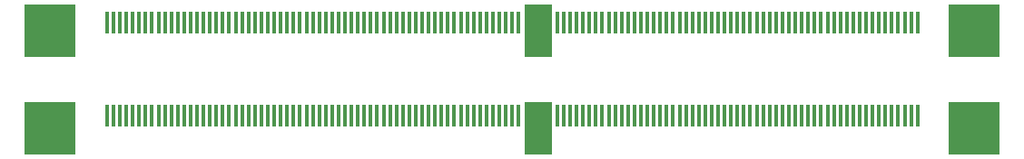
<source format=gbr>
G04 #@! TF.GenerationSoftware,KiCad,Pcbnew,5.0.2-bee76a0~70~ubuntu18.04.1*
G04 #@! TF.CreationDate,2020-07-02T17:28:08+02:00*
G04 #@! TF.ProjectId,ModulAdapter,4d6f6475-6c41-4646-9170-7465722e6b69,rev?*
G04 #@! TF.SameCoordinates,Original*
G04 #@! TF.FileFunction,Paste,Top*
G04 #@! TF.FilePolarity,Positive*
%FSLAX46Y46*%
G04 Gerber Fmt 4.6, Leading zero omitted, Abs format (unit mm)*
G04 Created by KiCad (PCBNEW 5.0.2-bee76a0~70~ubuntu18.04.1) date Do 02 Jul 2020 17:28:08 CEST*
%MOMM*%
%LPD*%
G01*
G04 APERTURE LIST*
%ADD10R,4.800000X5.000000*%
%ADD11R,0.350000X2.000000*%
%ADD12R,2.600000X5.000000*%
G04 APERTURE END LIST*
D10*
G04 #@! TO.C,J1*
X143100000Y-118810000D03*
X143100000Y-127990000D03*
X56900000Y-127990000D03*
X56900000Y-118810000D03*
D11*
X137800000Y-118050000D03*
X137200000Y-118050000D03*
X136600000Y-118050000D03*
X136000000Y-118050000D03*
X135400000Y-118050000D03*
X134800000Y-118050000D03*
X134200000Y-118050000D03*
X133600000Y-118050000D03*
X133000000Y-118050000D03*
X132400000Y-118050000D03*
X131800000Y-118050000D03*
X131200000Y-118050000D03*
X130600000Y-118050000D03*
X130000000Y-118050000D03*
X129400000Y-118050000D03*
X128800000Y-118050000D03*
X128200000Y-118050000D03*
X127600000Y-118050000D03*
X127000000Y-118050000D03*
X126400000Y-118050000D03*
X125800000Y-118050000D03*
X125200000Y-118050000D03*
X124600000Y-118050000D03*
X124000000Y-118050000D03*
X123400000Y-118050000D03*
X122800000Y-118050000D03*
X122200000Y-118050000D03*
X121600000Y-118050000D03*
X121000000Y-118050000D03*
X120400000Y-118050000D03*
X119800000Y-118050000D03*
X119200000Y-118050000D03*
X118600000Y-118050000D03*
X118000000Y-118050000D03*
X117400000Y-118050000D03*
X116800000Y-118050000D03*
X116200000Y-118050000D03*
X115600000Y-118050000D03*
X115000000Y-118050000D03*
X114400000Y-118050000D03*
X113800000Y-118050000D03*
X113200000Y-118050000D03*
X112600000Y-118050000D03*
X112000000Y-118050000D03*
X111400000Y-118050000D03*
X110800000Y-118050000D03*
X110200000Y-118050000D03*
X109600000Y-118050000D03*
X109000000Y-118050000D03*
X108400000Y-118050000D03*
X107800000Y-118050000D03*
X107200000Y-118050000D03*
X106600000Y-118050000D03*
X106000000Y-118050000D03*
X105400000Y-118050000D03*
X104800000Y-118050000D03*
X104200000Y-118050000D03*
X100600000Y-118050000D03*
X100000000Y-118050000D03*
X99400000Y-118050000D03*
X98800000Y-118050000D03*
X98200000Y-118050000D03*
X97600000Y-118050000D03*
X97000000Y-118050000D03*
X96400000Y-118050000D03*
X95800000Y-118050000D03*
X95200000Y-118050000D03*
X94600000Y-118050000D03*
X94000000Y-118050000D03*
X93400000Y-118050000D03*
X92800000Y-118050000D03*
X92200000Y-118050000D03*
X91600000Y-118050000D03*
X91000000Y-118050000D03*
X90400000Y-118050000D03*
X89800000Y-118050000D03*
X89200000Y-118050000D03*
X88600000Y-118050000D03*
X88000000Y-118050000D03*
X87400000Y-118050000D03*
X86800000Y-118050000D03*
X86200000Y-118050000D03*
X85600000Y-118050000D03*
X85000000Y-118050000D03*
X84400000Y-118050000D03*
X83800000Y-118050000D03*
X83200000Y-118050000D03*
X82600000Y-118050000D03*
X82000000Y-118050000D03*
X81400000Y-118050000D03*
X80800000Y-118050000D03*
X80200000Y-118050000D03*
X79600000Y-118050000D03*
X79000000Y-118050000D03*
X78400000Y-118050000D03*
X77800000Y-118050000D03*
X77200000Y-118050000D03*
X76600000Y-118050000D03*
X76000000Y-118050000D03*
X75400000Y-118050000D03*
X74800000Y-118050000D03*
X74200000Y-118050000D03*
X73600000Y-118050000D03*
X73000000Y-118050000D03*
X72400000Y-118050000D03*
X71800000Y-118050000D03*
X71200000Y-118050000D03*
X70600000Y-118050000D03*
X70000000Y-118050000D03*
X69400000Y-118050000D03*
X68800000Y-118050000D03*
X68200000Y-118050000D03*
X67600000Y-118050000D03*
X67000000Y-118050000D03*
X66400000Y-118050000D03*
X65800000Y-118050000D03*
X65200000Y-118050000D03*
X64600000Y-118050000D03*
X64000000Y-118050000D03*
X63400000Y-118050000D03*
X62800000Y-118050000D03*
X62200000Y-118050000D03*
X137800000Y-126750000D03*
X137200000Y-126750000D03*
X136600000Y-126750000D03*
X136000000Y-126750000D03*
X135400000Y-126750000D03*
X134800000Y-126750000D03*
X134200000Y-126750000D03*
X133600000Y-126750000D03*
X133000000Y-126750000D03*
X132400000Y-126750000D03*
X131800000Y-126750000D03*
X131200000Y-126750000D03*
X130600000Y-126750000D03*
X130000000Y-126750000D03*
X129400000Y-126750000D03*
X128800000Y-126750000D03*
X128200000Y-126750000D03*
X127600000Y-126750000D03*
X127000000Y-126750000D03*
X126400000Y-126750000D03*
X125800000Y-126750000D03*
X125200000Y-126750000D03*
X124600000Y-126750000D03*
X124000000Y-126750000D03*
X123400000Y-126750000D03*
X122800000Y-126750000D03*
X122200000Y-126750000D03*
X121600000Y-126750000D03*
X121000000Y-126750000D03*
X120400000Y-126750000D03*
X119800000Y-126750000D03*
X119200000Y-126750000D03*
X118600000Y-126750000D03*
X118000000Y-126750000D03*
X117400000Y-126750000D03*
X116800000Y-126750000D03*
X116200000Y-126750000D03*
X115600000Y-126750000D03*
X115000000Y-126750000D03*
X114400000Y-126750000D03*
X113800000Y-126750000D03*
X113200000Y-126750000D03*
X112600000Y-126750000D03*
X112000000Y-126750000D03*
X111400000Y-126750000D03*
X110800000Y-126750000D03*
X110200000Y-126750000D03*
X109600000Y-126750000D03*
X109000000Y-126750000D03*
X108400000Y-126750000D03*
X107800000Y-126750000D03*
X107200000Y-126750000D03*
X106600000Y-126750000D03*
X106000000Y-126750000D03*
X105400000Y-126750000D03*
X104800000Y-126750000D03*
X104200000Y-126750000D03*
X100600000Y-126750000D03*
X100000000Y-126750000D03*
X99400000Y-126750000D03*
X98800000Y-126750000D03*
X98200000Y-126750000D03*
X97600000Y-126750000D03*
X97000000Y-126750000D03*
X96400000Y-126750000D03*
X95800000Y-126750000D03*
X95200000Y-126750000D03*
X94600000Y-126750000D03*
X94000000Y-126750000D03*
X93400000Y-126750000D03*
X92800000Y-126750000D03*
X92200000Y-126750000D03*
X91600000Y-126750000D03*
X91000000Y-126750000D03*
X89800000Y-126750000D03*
X90400000Y-126750000D03*
X89200000Y-126750000D03*
X88600000Y-126750000D03*
X88000000Y-126750000D03*
X87400000Y-126750000D03*
X86800000Y-126750000D03*
X86200000Y-126750000D03*
X85600000Y-126750000D03*
X85000000Y-126750000D03*
X84400000Y-126750000D03*
X83800000Y-126750000D03*
X83200000Y-126750000D03*
X82600000Y-126750000D03*
X82000000Y-126750000D03*
X81400000Y-126750000D03*
X80800000Y-126750000D03*
X80200000Y-126750000D03*
X79600000Y-126750000D03*
X79000000Y-126750000D03*
X78400000Y-126750000D03*
X77800000Y-126750000D03*
X77200000Y-126750000D03*
X76600000Y-126750000D03*
X76000000Y-126750000D03*
X75400000Y-126750000D03*
X74800000Y-126750000D03*
X74200000Y-126750000D03*
X73600000Y-126750000D03*
X73000000Y-126750000D03*
X72400000Y-126750000D03*
X71800000Y-126750000D03*
X71200000Y-126750000D03*
X70600000Y-126750000D03*
X70000000Y-126750000D03*
X69400000Y-126750000D03*
X68800000Y-126750000D03*
X68200000Y-126750000D03*
X67600000Y-126750000D03*
X67000000Y-126750000D03*
X66400000Y-126750000D03*
X65800000Y-126750000D03*
X65200000Y-126750000D03*
X64600000Y-126750000D03*
X64000000Y-126750000D03*
X63400000Y-126750000D03*
X62200000Y-126750000D03*
X62800000Y-126750000D03*
D12*
X102400000Y-118810000D03*
X102400000Y-127990000D03*
G04 #@! TD*
M02*

</source>
